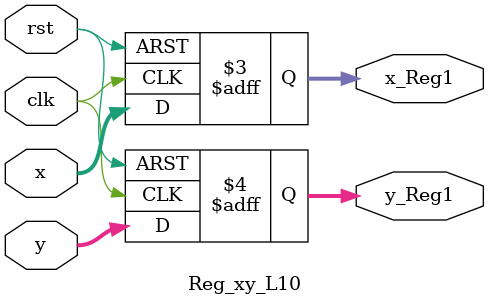
<source format=v>
module Reg_xy_L10(x_Reg1,y_Reg1,clk,rst,x,y);
output reg [2:0] x_Reg1,y_Reg1;
input clk,rst;
input [2:0] x,y;

always @ (posedge clk or negedge rst)
	begin
		if (!rst )begin 
			x_Reg1<=0; y_Reg1<=0;end
		else  begin
			x_Reg1<=x; y_Reg1<=y;end
	end

endmodule

</source>
